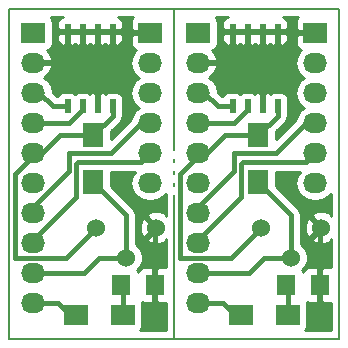
<source format=gbr>
%TF.GenerationSoftware,KiCad,Pcbnew,4.0.1+dfsg1-stable*%
%TF.CreationDate,2016-02-24T22:56:22+01:00*%
%TF.ProjectId,iotad,696F7461642E6B696361645F70636200,rev?*%
%TF.FileFunction,Copper,L1,Top,Signal*%
%FSLAX46Y46*%
G04 Gerber Fmt 4.6, Leading zero omitted, Abs format (unit mm)*
G04 Created by KiCad (PCBNEW 4.0.1+dfsg1-stable) date Wed 24 Feb 2016 10:56:22 PM CET*
%MOMM*%
G01*
G04 APERTURE LIST*
%ADD10C,0.100000*%
%ADD11C,0.150000*%
%ADD12C,0.600000*%
%ADD13C,1.524000*%
%ADD14R,0.508000X1.143000*%
%ADD15R,1.700000X2.000000*%
%ADD16R,2.000000X1.700000*%
%ADD17R,2.032000X1.727200*%
%ADD18O,2.032000X1.727200*%
%ADD19R,1.597660X1.800860*%
%ADD20C,0.400000*%
%ADD21C,0.254000*%
G04 APERTURE END LIST*
D10*
D11*
X151130000Y-116332000D02*
X151130000Y-116586000D01*
X151130000Y-115316000D02*
X151130000Y-115570000D01*
X151130000Y-114300000D02*
X151130000Y-114554000D01*
X151130000Y-113538000D02*
X151130000Y-101600000D01*
X151130000Y-129540000D02*
X151130000Y-117348000D01*
X165100000Y-101600000D02*
X165100000Y-129540000D01*
X137160000Y-129540000D02*
X165100000Y-129540000D01*
X137160000Y-101600000D02*
X137160000Y-129540000D01*
X137160000Y-101600000D02*
X165100000Y-101600000D01*
D12*
X154940000Y-105156000D03*
D13*
X161036000Y-122682000D03*
X158496000Y-120142000D03*
X163576000Y-120142000D03*
D14*
X159893000Y-109855000D03*
X158623000Y-109855000D03*
X157353000Y-109855000D03*
X156083000Y-109855000D03*
X156083000Y-103505000D03*
X157353000Y-103505000D03*
X158623000Y-103505000D03*
X159893000Y-103505000D03*
D15*
X158242000Y-112300000D03*
X158242000Y-116300000D03*
D16*
X160750000Y-127508000D03*
X156750000Y-127508000D03*
D17*
X163068000Y-103632000D03*
D18*
X163068000Y-106172000D03*
X163068000Y-108712000D03*
X163068000Y-111252000D03*
X163068000Y-113792000D03*
X163068000Y-116332000D03*
D17*
X153162000Y-103632000D03*
D18*
X153162000Y-106172000D03*
X153162000Y-108712000D03*
X153162000Y-111252000D03*
X153162000Y-113792000D03*
X153162000Y-116332000D03*
X153162000Y-118872000D03*
X153162000Y-121412000D03*
X153162000Y-123952000D03*
X153162000Y-126492000D03*
D19*
X160632140Y-124968000D03*
X163471860Y-124968000D03*
D12*
X156440000Y-105156000D03*
X157940000Y-105156000D03*
X159440000Y-105156000D03*
X160940000Y-105156000D03*
X154940000Y-106656000D03*
X156440000Y-106656000D03*
X157940000Y-106656000D03*
X159440000Y-106656000D03*
X160940000Y-106656000D03*
X154940000Y-108156000D03*
X156440000Y-108156000D03*
X157940000Y-108156000D03*
X159440000Y-108156000D03*
X160940000Y-108156000D03*
X161194000Y-109934000D03*
X160686000Y-116284000D03*
X161448000Y-117554000D03*
X163734000Y-118316000D03*
X162464000Y-118316000D03*
X163988000Y-122380000D03*
X162718000Y-122380000D03*
X163480000Y-127714000D03*
X149510000Y-127714000D03*
X148748000Y-122380000D03*
X150018000Y-122380000D03*
X148494000Y-118316000D03*
X149764000Y-118316000D03*
X147478000Y-117554000D03*
X146716000Y-116284000D03*
X147224000Y-109934000D03*
X146970000Y-108156000D03*
X145470000Y-108156000D03*
X143970000Y-108156000D03*
X142470000Y-108156000D03*
X140970000Y-108156000D03*
X146970000Y-106656000D03*
X145470000Y-106656000D03*
X143970000Y-106656000D03*
X142470000Y-106656000D03*
X140970000Y-106656000D03*
X146970000Y-105156000D03*
X145470000Y-105156000D03*
X143970000Y-105156000D03*
X142470000Y-105156000D03*
D19*
X146662140Y-124968000D03*
X149501860Y-124968000D03*
D17*
X139192000Y-103632000D03*
D18*
X139192000Y-106172000D03*
X139192000Y-108712000D03*
X139192000Y-111252000D03*
X139192000Y-113792000D03*
X139192000Y-116332000D03*
X139192000Y-118872000D03*
X139192000Y-121412000D03*
X139192000Y-123952000D03*
X139192000Y-126492000D03*
D17*
X149098000Y-103632000D03*
D18*
X149098000Y-106172000D03*
X149098000Y-108712000D03*
X149098000Y-111252000D03*
X149098000Y-113792000D03*
X149098000Y-116332000D03*
D16*
X146780000Y-127508000D03*
X142780000Y-127508000D03*
D15*
X144272000Y-112300000D03*
X144272000Y-116300000D03*
D14*
X145923000Y-109855000D03*
X144653000Y-109855000D03*
X143383000Y-109855000D03*
X142113000Y-109855000D03*
X142113000Y-103505000D03*
X143383000Y-103505000D03*
X144653000Y-103505000D03*
X145923000Y-103505000D03*
D13*
X147066000Y-122682000D03*
X144526000Y-120142000D03*
X149606000Y-120142000D03*
D12*
X140970000Y-105156000D03*
D20*
X161036000Y-119094000D02*
X158242000Y-116300000D01*
X161036000Y-122682000D02*
X161036000Y-119094000D01*
X157480000Y-123952000D02*
X158750000Y-122682000D01*
X158750000Y-122682000D02*
X161036000Y-122682000D01*
X153162000Y-123952000D02*
X157480000Y-123952000D01*
X139192000Y-123952000D02*
X143510000Y-123952000D01*
X144780000Y-122682000D02*
X147066000Y-122682000D01*
X143510000Y-123952000D02*
X144780000Y-122682000D01*
X147066000Y-122682000D02*
X147066000Y-119094000D01*
X147066000Y-119094000D02*
X144272000Y-116300000D01*
X162306000Y-114554000D02*
X163068000Y-113792000D01*
X156972000Y-114554000D02*
X162306000Y-114554000D01*
X156810002Y-114715998D02*
X156972000Y-114554000D01*
X156810002Y-117509998D02*
X156810002Y-114715998D01*
X153162000Y-121158000D02*
X156810002Y-117509998D01*
X153162000Y-121412000D02*
X153162000Y-121158000D01*
X139192000Y-121412000D02*
X139192000Y-121158000D01*
X139192000Y-121158000D02*
X142840002Y-117509998D01*
X142840002Y-117509998D02*
X142840002Y-114715998D01*
X142840002Y-114715998D02*
X143002000Y-114554000D01*
X143002000Y-114554000D02*
X148336000Y-114554000D01*
X148336000Y-114554000D02*
X149098000Y-113792000D01*
X162306000Y-111252000D02*
X163068000Y-111252000D01*
X159766000Y-113792000D02*
X162306000Y-111252000D01*
X156210000Y-113792000D02*
X159766000Y-113792000D01*
X156210000Y-115316000D02*
X156210000Y-113792000D01*
X153162000Y-118364000D02*
X156210000Y-115316000D01*
X153162000Y-118872000D02*
X153162000Y-118364000D01*
X139192000Y-118872000D02*
X139192000Y-118364000D01*
X139192000Y-118364000D02*
X142240000Y-115316000D01*
X142240000Y-115316000D02*
X142240000Y-113792000D01*
X142240000Y-113792000D02*
X145796000Y-113792000D01*
X145796000Y-113792000D02*
X148336000Y-111252000D01*
X148336000Y-111252000D02*
X149098000Y-111252000D01*
X153162000Y-113792000D02*
X153162000Y-114046000D01*
X155956000Y-122682000D02*
X158496000Y-120142000D01*
X153162000Y-114046000D02*
X151638000Y-115570000D01*
X151638000Y-115570000D02*
X151638000Y-122682000D01*
X151638000Y-122682000D02*
X155956000Y-122682000D01*
X155416000Y-112300000D02*
X158242000Y-112300000D01*
X153924000Y-113792000D02*
X155416000Y-112300000D01*
X153162000Y-113792000D02*
X153924000Y-113792000D01*
X159893000Y-110649000D02*
X158242000Y-112300000D01*
X159893000Y-109855000D02*
X159893000Y-110649000D01*
X145923000Y-109855000D02*
X145923000Y-110649000D01*
X145923000Y-110649000D02*
X144272000Y-112300000D01*
X139192000Y-113792000D02*
X139954000Y-113792000D01*
X139954000Y-113792000D02*
X141446000Y-112300000D01*
X141446000Y-112300000D02*
X144272000Y-112300000D01*
X137668000Y-122682000D02*
X141986000Y-122682000D01*
X137668000Y-115570000D02*
X137668000Y-122682000D01*
X139192000Y-114046000D02*
X137668000Y-115570000D01*
X141986000Y-122682000D02*
X144526000Y-120142000D01*
X139192000Y-113792000D02*
X139192000Y-114046000D01*
X157353000Y-110109000D02*
X157353000Y-109855000D01*
X156210000Y-111252000D02*
X157353000Y-110109000D01*
X153162000Y-111252000D02*
X156210000Y-111252000D01*
X139192000Y-111252000D02*
X142240000Y-111252000D01*
X142240000Y-111252000D02*
X143383000Y-110109000D01*
X143383000Y-110109000D02*
X143383000Y-109855000D01*
X154813000Y-109855000D02*
X156083000Y-109855000D01*
X153670000Y-108712000D02*
X154813000Y-109855000D01*
X153162000Y-108712000D02*
X153670000Y-108712000D01*
X139192000Y-108712000D02*
X139700000Y-108712000D01*
X139700000Y-108712000D02*
X140843000Y-109855000D01*
X140843000Y-109855000D02*
X142113000Y-109855000D01*
X160750000Y-125593860D02*
X160632140Y-125476000D01*
X160750000Y-128016000D02*
X160750000Y-125593860D01*
X146780000Y-128016000D02*
X146780000Y-125593860D01*
X146780000Y-125593860D02*
X146662140Y-125476000D01*
X163471860Y-120754140D02*
X163576000Y-120650000D01*
X163471860Y-125476000D02*
X163471860Y-120754140D01*
X149501860Y-125476000D02*
X149501860Y-120754140D01*
X149501860Y-120754140D02*
X149606000Y-120650000D01*
X155226000Y-126492000D02*
X156750000Y-128016000D01*
X153162000Y-126492000D02*
X155226000Y-126492000D01*
X139192000Y-126492000D02*
X141256000Y-126492000D01*
X141256000Y-126492000D02*
X142780000Y-128016000D01*
D21*
G36*
X147528729Y-115758511D02*
X147414655Y-116332000D01*
X147528729Y-116905489D01*
X147853585Y-117391670D01*
X148339766Y-117716526D01*
X148913255Y-117830600D01*
X149282745Y-117830600D01*
X149856234Y-117716526D01*
X150342415Y-117391670D01*
X150440518Y-117244848D01*
X150420000Y-117348000D01*
X150420000Y-119148392D01*
X150406607Y-119161785D01*
X150337143Y-118919603D01*
X149813698Y-118732856D01*
X149258632Y-118760638D01*
X148874857Y-118919603D01*
X148805392Y-119161787D01*
X149606000Y-119962395D01*
X149620143Y-119948253D01*
X149799748Y-120127858D01*
X149785605Y-120142000D01*
X149799748Y-120156143D01*
X149620143Y-120335748D01*
X149606000Y-120321605D01*
X148805392Y-121122213D01*
X148874857Y-121364397D01*
X149398302Y-121551144D01*
X149953368Y-121523362D01*
X150337143Y-121364397D01*
X150406607Y-121122215D01*
X150420000Y-121135608D01*
X150420000Y-123432570D01*
X149787610Y-123432570D01*
X149628860Y-123591320D01*
X149628860Y-124841000D01*
X149648860Y-124841000D01*
X149648860Y-125095000D01*
X149628860Y-125095000D01*
X149628860Y-126344680D01*
X149787610Y-126503430D01*
X150420000Y-126503430D01*
X150420000Y-128830000D01*
X148219149Y-128830000D01*
X148231441Y-128822090D01*
X148376431Y-128609890D01*
X148427440Y-128358000D01*
X148427440Y-126658000D01*
X148383279Y-126423304D01*
X148576721Y-126503430D01*
X149216110Y-126503430D01*
X149374860Y-126344680D01*
X149374860Y-125095000D01*
X149354860Y-125095000D01*
X149354860Y-124841000D01*
X149374860Y-124841000D01*
X149374860Y-123591320D01*
X149216110Y-123432570D01*
X148576721Y-123432570D01*
X148343332Y-123529243D01*
X148164703Y-123707871D01*
X148079454Y-123913681D01*
X148064132Y-123832253D01*
X147996464Y-123727094D01*
X148249629Y-123474370D01*
X148462757Y-122961100D01*
X148463242Y-122405339D01*
X148251010Y-121891697D01*
X147901000Y-121541075D01*
X147901000Y-119934302D01*
X148196856Y-119934302D01*
X148224638Y-120489368D01*
X148383603Y-120873143D01*
X148625787Y-120942608D01*
X149426395Y-120142000D01*
X148625787Y-119341392D01*
X148383603Y-119410857D01*
X148196856Y-119934302D01*
X147901000Y-119934302D01*
X147901000Y-119094000D01*
X147873747Y-118956990D01*
X147837440Y-118774460D01*
X147656434Y-118503566D01*
X145769440Y-116616572D01*
X145769440Y-115389000D01*
X147775629Y-115389000D01*
X147528729Y-115758511D01*
X147528729Y-115758511D01*
G37*
X147528729Y-115758511D02*
X147414655Y-116332000D01*
X147528729Y-116905489D01*
X147853585Y-117391670D01*
X148339766Y-117716526D01*
X148913255Y-117830600D01*
X149282745Y-117830600D01*
X149856234Y-117716526D01*
X150342415Y-117391670D01*
X150440518Y-117244848D01*
X150420000Y-117348000D01*
X150420000Y-119148392D01*
X150406607Y-119161785D01*
X150337143Y-118919603D01*
X149813698Y-118732856D01*
X149258632Y-118760638D01*
X148874857Y-118919603D01*
X148805392Y-119161787D01*
X149606000Y-119962395D01*
X149620143Y-119948253D01*
X149799748Y-120127858D01*
X149785605Y-120142000D01*
X149799748Y-120156143D01*
X149620143Y-120335748D01*
X149606000Y-120321605D01*
X148805392Y-121122213D01*
X148874857Y-121364397D01*
X149398302Y-121551144D01*
X149953368Y-121523362D01*
X150337143Y-121364397D01*
X150406607Y-121122215D01*
X150420000Y-121135608D01*
X150420000Y-123432570D01*
X149787610Y-123432570D01*
X149628860Y-123591320D01*
X149628860Y-124841000D01*
X149648860Y-124841000D01*
X149648860Y-125095000D01*
X149628860Y-125095000D01*
X149628860Y-126344680D01*
X149787610Y-126503430D01*
X150420000Y-126503430D01*
X150420000Y-128830000D01*
X148219149Y-128830000D01*
X148231441Y-128822090D01*
X148376431Y-128609890D01*
X148427440Y-128358000D01*
X148427440Y-126658000D01*
X148383279Y-126423304D01*
X148576721Y-126503430D01*
X149216110Y-126503430D01*
X149374860Y-126344680D01*
X149374860Y-125095000D01*
X149354860Y-125095000D01*
X149354860Y-124841000D01*
X149374860Y-124841000D01*
X149374860Y-123591320D01*
X149216110Y-123432570D01*
X148576721Y-123432570D01*
X148343332Y-123529243D01*
X148164703Y-123707871D01*
X148079454Y-123913681D01*
X148064132Y-123832253D01*
X147996464Y-123727094D01*
X148249629Y-123474370D01*
X148462757Y-122961100D01*
X148463242Y-122405339D01*
X148251010Y-121891697D01*
X147901000Y-121541075D01*
X147901000Y-119934302D01*
X148196856Y-119934302D01*
X148224638Y-120489368D01*
X148383603Y-120873143D01*
X148625787Y-120942608D01*
X149426395Y-120142000D01*
X148625787Y-119341392D01*
X148383603Y-119410857D01*
X148196856Y-119934302D01*
X147901000Y-119934302D01*
X147901000Y-119094000D01*
X147873747Y-118956990D01*
X147837440Y-118774460D01*
X147656434Y-118503566D01*
X145769440Y-116616572D01*
X145769440Y-115389000D01*
X147775629Y-115389000D01*
X147528729Y-115758511D01*
G36*
X141499302Y-102395173D02*
X141320673Y-102573801D01*
X141224000Y-102807190D01*
X141224000Y-103219250D01*
X141382750Y-103378000D01*
X141986000Y-103378000D01*
X141986000Y-103358000D01*
X142240000Y-103358000D01*
X142240000Y-103378000D01*
X143256000Y-103378000D01*
X143256000Y-103358000D01*
X143510000Y-103358000D01*
X143510000Y-103378000D01*
X144526000Y-103378000D01*
X144526000Y-103358000D01*
X144780000Y-103358000D01*
X144780000Y-103378000D01*
X145796000Y-103378000D01*
X145796000Y-103358000D01*
X146050000Y-103358000D01*
X146050000Y-103378000D01*
X146653250Y-103378000D01*
X146812000Y-103219250D01*
X146812000Y-102807190D01*
X146715327Y-102573801D01*
X146536698Y-102395173D01*
X146331072Y-102310000D01*
X147642375Y-102310000D01*
X147543673Y-102408701D01*
X147447000Y-102642090D01*
X147447000Y-103346250D01*
X147605750Y-103505000D01*
X148971000Y-103505000D01*
X148971000Y-103485000D01*
X149225000Y-103485000D01*
X149225000Y-103505000D01*
X149245000Y-103505000D01*
X149245000Y-103759000D01*
X149225000Y-103759000D01*
X149225000Y-103779000D01*
X148971000Y-103779000D01*
X148971000Y-103759000D01*
X147605750Y-103759000D01*
X147447000Y-103917750D01*
X147447000Y-104621910D01*
X147543673Y-104855299D01*
X147722302Y-105033927D01*
X147875780Y-105097500D01*
X147853585Y-105112330D01*
X147528729Y-105598511D01*
X147414655Y-106172000D01*
X147528729Y-106745489D01*
X147853585Y-107231670D01*
X148168366Y-107442000D01*
X147853585Y-107652330D01*
X147528729Y-108138511D01*
X147414655Y-108712000D01*
X147528729Y-109285489D01*
X147853585Y-109771670D01*
X148168366Y-109982000D01*
X147853585Y-110192330D01*
X147528729Y-110678511D01*
X147479095Y-110928037D01*
X145769440Y-112637692D01*
X145769440Y-111983428D01*
X146513434Y-111239434D01*
X146694440Y-110968540D01*
X146743416Y-110722318D01*
X146773431Y-110678390D01*
X146824440Y-110426500D01*
X146824440Y-109283500D01*
X146780162Y-109048183D01*
X146641090Y-108832059D01*
X146428890Y-108687069D01*
X146177000Y-108636060D01*
X145669000Y-108636060D01*
X145433683Y-108680338D01*
X145292629Y-108771104D01*
X145266698Y-108745173D01*
X145033309Y-108648500D01*
X144938750Y-108648500D01*
X144780000Y-108807250D01*
X144780000Y-109728000D01*
X144800000Y-109728000D01*
X144800000Y-109982000D01*
X144780000Y-109982000D01*
X144780000Y-110002000D01*
X144526000Y-110002000D01*
X144526000Y-109982000D01*
X144506000Y-109982000D01*
X144506000Y-109728000D01*
X144526000Y-109728000D01*
X144526000Y-108807250D01*
X144367250Y-108648500D01*
X144272691Y-108648500D01*
X144039302Y-108745173D01*
X144012765Y-108771709D01*
X143888890Y-108687069D01*
X143637000Y-108636060D01*
X143129000Y-108636060D01*
X142893683Y-108680338D01*
X142747093Y-108774666D01*
X142618890Y-108687069D01*
X142367000Y-108636060D01*
X141859000Y-108636060D01*
X141623683Y-108680338D01*
X141407559Y-108819410D01*
X141270502Y-109020000D01*
X141188868Y-109020000D01*
X140873974Y-108705106D01*
X140761271Y-108138511D01*
X140436415Y-107652330D01*
X140126931Y-107445539D01*
X140542732Y-107074036D01*
X140796709Y-106546791D01*
X140799358Y-106531026D01*
X140678217Y-106299000D01*
X139319000Y-106299000D01*
X139319000Y-106319000D01*
X139065000Y-106319000D01*
X139065000Y-106299000D01*
X139045000Y-106299000D01*
X139045000Y-106045000D01*
X139065000Y-106045000D01*
X139065000Y-106025000D01*
X139319000Y-106025000D01*
X139319000Y-106045000D01*
X140678217Y-106045000D01*
X140799358Y-105812974D01*
X140796709Y-105797209D01*
X140542732Y-105269964D01*
X140367155Y-105113093D01*
X140443317Y-105098762D01*
X140659441Y-104959690D01*
X140804431Y-104747490D01*
X140855440Y-104495600D01*
X140855440Y-103790750D01*
X141224000Y-103790750D01*
X141224000Y-104202810D01*
X141320673Y-104436199D01*
X141499302Y-104614827D01*
X141732691Y-104711500D01*
X141827250Y-104711500D01*
X141986000Y-104552750D01*
X141986000Y-103632000D01*
X142240000Y-103632000D01*
X142240000Y-104552750D01*
X142398750Y-104711500D01*
X142493309Y-104711500D01*
X142726698Y-104614827D01*
X142748000Y-104593525D01*
X142769302Y-104614827D01*
X143002691Y-104711500D01*
X143097250Y-104711500D01*
X143256000Y-104552750D01*
X143256000Y-103632000D01*
X143510000Y-103632000D01*
X143510000Y-104552750D01*
X143668750Y-104711500D01*
X143763309Y-104711500D01*
X143996698Y-104614827D01*
X144018000Y-104593525D01*
X144039302Y-104614827D01*
X144272691Y-104711500D01*
X144367250Y-104711500D01*
X144526000Y-104552750D01*
X144526000Y-103632000D01*
X144780000Y-103632000D01*
X144780000Y-104552750D01*
X144938750Y-104711500D01*
X145033309Y-104711500D01*
X145266698Y-104614827D01*
X145288000Y-104593525D01*
X145309302Y-104614827D01*
X145542691Y-104711500D01*
X145637250Y-104711500D01*
X145796000Y-104552750D01*
X145796000Y-103632000D01*
X146050000Y-103632000D01*
X146050000Y-104552750D01*
X146208750Y-104711500D01*
X146303309Y-104711500D01*
X146536698Y-104614827D01*
X146715327Y-104436199D01*
X146812000Y-104202810D01*
X146812000Y-103790750D01*
X146653250Y-103632000D01*
X146050000Y-103632000D01*
X145796000Y-103632000D01*
X144780000Y-103632000D01*
X144526000Y-103632000D01*
X143510000Y-103632000D01*
X143256000Y-103632000D01*
X142240000Y-103632000D01*
X141986000Y-103632000D01*
X141382750Y-103632000D01*
X141224000Y-103790750D01*
X140855440Y-103790750D01*
X140855440Y-102768400D01*
X140811162Y-102533083D01*
X140672090Y-102316959D01*
X140661905Y-102310000D01*
X141704928Y-102310000D01*
X141499302Y-102395173D01*
X141499302Y-102395173D01*
G37*
X141499302Y-102395173D02*
X141320673Y-102573801D01*
X141224000Y-102807190D01*
X141224000Y-103219250D01*
X141382750Y-103378000D01*
X141986000Y-103378000D01*
X141986000Y-103358000D01*
X142240000Y-103358000D01*
X142240000Y-103378000D01*
X143256000Y-103378000D01*
X143256000Y-103358000D01*
X143510000Y-103358000D01*
X143510000Y-103378000D01*
X144526000Y-103378000D01*
X144526000Y-103358000D01*
X144780000Y-103358000D01*
X144780000Y-103378000D01*
X145796000Y-103378000D01*
X145796000Y-103358000D01*
X146050000Y-103358000D01*
X146050000Y-103378000D01*
X146653250Y-103378000D01*
X146812000Y-103219250D01*
X146812000Y-102807190D01*
X146715327Y-102573801D01*
X146536698Y-102395173D01*
X146331072Y-102310000D01*
X147642375Y-102310000D01*
X147543673Y-102408701D01*
X147447000Y-102642090D01*
X147447000Y-103346250D01*
X147605750Y-103505000D01*
X148971000Y-103505000D01*
X148971000Y-103485000D01*
X149225000Y-103485000D01*
X149225000Y-103505000D01*
X149245000Y-103505000D01*
X149245000Y-103759000D01*
X149225000Y-103759000D01*
X149225000Y-103779000D01*
X148971000Y-103779000D01*
X148971000Y-103759000D01*
X147605750Y-103759000D01*
X147447000Y-103917750D01*
X147447000Y-104621910D01*
X147543673Y-104855299D01*
X147722302Y-105033927D01*
X147875780Y-105097500D01*
X147853585Y-105112330D01*
X147528729Y-105598511D01*
X147414655Y-106172000D01*
X147528729Y-106745489D01*
X147853585Y-107231670D01*
X148168366Y-107442000D01*
X147853585Y-107652330D01*
X147528729Y-108138511D01*
X147414655Y-108712000D01*
X147528729Y-109285489D01*
X147853585Y-109771670D01*
X148168366Y-109982000D01*
X147853585Y-110192330D01*
X147528729Y-110678511D01*
X147479095Y-110928037D01*
X145769440Y-112637692D01*
X145769440Y-111983428D01*
X146513434Y-111239434D01*
X146694440Y-110968540D01*
X146743416Y-110722318D01*
X146773431Y-110678390D01*
X146824440Y-110426500D01*
X146824440Y-109283500D01*
X146780162Y-109048183D01*
X146641090Y-108832059D01*
X146428890Y-108687069D01*
X146177000Y-108636060D01*
X145669000Y-108636060D01*
X145433683Y-108680338D01*
X145292629Y-108771104D01*
X145266698Y-108745173D01*
X145033309Y-108648500D01*
X144938750Y-108648500D01*
X144780000Y-108807250D01*
X144780000Y-109728000D01*
X144800000Y-109728000D01*
X144800000Y-109982000D01*
X144780000Y-109982000D01*
X144780000Y-110002000D01*
X144526000Y-110002000D01*
X144526000Y-109982000D01*
X144506000Y-109982000D01*
X144506000Y-109728000D01*
X144526000Y-109728000D01*
X144526000Y-108807250D01*
X144367250Y-108648500D01*
X144272691Y-108648500D01*
X144039302Y-108745173D01*
X144012765Y-108771709D01*
X143888890Y-108687069D01*
X143637000Y-108636060D01*
X143129000Y-108636060D01*
X142893683Y-108680338D01*
X142747093Y-108774666D01*
X142618890Y-108687069D01*
X142367000Y-108636060D01*
X141859000Y-108636060D01*
X141623683Y-108680338D01*
X141407559Y-108819410D01*
X141270502Y-109020000D01*
X141188868Y-109020000D01*
X140873974Y-108705106D01*
X140761271Y-108138511D01*
X140436415Y-107652330D01*
X140126931Y-107445539D01*
X140542732Y-107074036D01*
X140796709Y-106546791D01*
X140799358Y-106531026D01*
X140678217Y-106299000D01*
X139319000Y-106299000D01*
X139319000Y-106319000D01*
X139065000Y-106319000D01*
X139065000Y-106299000D01*
X139045000Y-106299000D01*
X139045000Y-106045000D01*
X139065000Y-106045000D01*
X139065000Y-106025000D01*
X139319000Y-106025000D01*
X139319000Y-106045000D01*
X140678217Y-106045000D01*
X140799358Y-105812974D01*
X140796709Y-105797209D01*
X140542732Y-105269964D01*
X140367155Y-105113093D01*
X140443317Y-105098762D01*
X140659441Y-104959690D01*
X140804431Y-104747490D01*
X140855440Y-104495600D01*
X140855440Y-103790750D01*
X141224000Y-103790750D01*
X141224000Y-104202810D01*
X141320673Y-104436199D01*
X141499302Y-104614827D01*
X141732691Y-104711500D01*
X141827250Y-104711500D01*
X141986000Y-104552750D01*
X141986000Y-103632000D01*
X142240000Y-103632000D01*
X142240000Y-104552750D01*
X142398750Y-104711500D01*
X142493309Y-104711500D01*
X142726698Y-104614827D01*
X142748000Y-104593525D01*
X142769302Y-104614827D01*
X143002691Y-104711500D01*
X143097250Y-104711500D01*
X143256000Y-104552750D01*
X143256000Y-103632000D01*
X143510000Y-103632000D01*
X143510000Y-104552750D01*
X143668750Y-104711500D01*
X143763309Y-104711500D01*
X143996698Y-104614827D01*
X144018000Y-104593525D01*
X144039302Y-104614827D01*
X144272691Y-104711500D01*
X144367250Y-104711500D01*
X144526000Y-104552750D01*
X144526000Y-103632000D01*
X144780000Y-103632000D01*
X144780000Y-104552750D01*
X144938750Y-104711500D01*
X145033309Y-104711500D01*
X145266698Y-104614827D01*
X145288000Y-104593525D01*
X145309302Y-104614827D01*
X145542691Y-104711500D01*
X145637250Y-104711500D01*
X145796000Y-104552750D01*
X145796000Y-103632000D01*
X146050000Y-103632000D01*
X146050000Y-104552750D01*
X146208750Y-104711500D01*
X146303309Y-104711500D01*
X146536698Y-104614827D01*
X146715327Y-104436199D01*
X146812000Y-104202810D01*
X146812000Y-103790750D01*
X146653250Y-103632000D01*
X146050000Y-103632000D01*
X145796000Y-103632000D01*
X144780000Y-103632000D01*
X144526000Y-103632000D01*
X143510000Y-103632000D01*
X143256000Y-103632000D01*
X142240000Y-103632000D01*
X141986000Y-103632000D01*
X141382750Y-103632000D01*
X141224000Y-103790750D01*
X140855440Y-103790750D01*
X140855440Y-102768400D01*
X140811162Y-102533083D01*
X140672090Y-102316959D01*
X140661905Y-102310000D01*
X141704928Y-102310000D01*
X141499302Y-102395173D01*
G36*
X161498729Y-115758511D02*
X161384655Y-116332000D01*
X161498729Y-116905489D01*
X161823585Y-117391670D01*
X162309766Y-117716526D01*
X162883255Y-117830600D01*
X163252745Y-117830600D01*
X163826234Y-117716526D01*
X164312415Y-117391670D01*
X164410518Y-117244848D01*
X164390000Y-117348000D01*
X164390000Y-119148392D01*
X164376607Y-119161785D01*
X164307143Y-118919603D01*
X163783698Y-118732856D01*
X163228632Y-118760638D01*
X162844857Y-118919603D01*
X162775392Y-119161787D01*
X163576000Y-119962395D01*
X163590143Y-119948253D01*
X163769748Y-120127858D01*
X163755605Y-120142000D01*
X163769748Y-120156143D01*
X163590143Y-120335748D01*
X163576000Y-120321605D01*
X162775392Y-121122213D01*
X162844857Y-121364397D01*
X163368302Y-121551144D01*
X163923368Y-121523362D01*
X164307143Y-121364397D01*
X164376607Y-121122215D01*
X164390000Y-121135608D01*
X164390000Y-123432570D01*
X163757610Y-123432570D01*
X163598860Y-123591320D01*
X163598860Y-124841000D01*
X163618860Y-124841000D01*
X163618860Y-125095000D01*
X163598860Y-125095000D01*
X163598860Y-126344680D01*
X163757610Y-126503430D01*
X164390000Y-126503430D01*
X164390000Y-128830000D01*
X162189149Y-128830000D01*
X162201441Y-128822090D01*
X162346431Y-128609890D01*
X162397440Y-128358000D01*
X162397440Y-126658000D01*
X162353279Y-126423304D01*
X162546721Y-126503430D01*
X163186110Y-126503430D01*
X163344860Y-126344680D01*
X163344860Y-125095000D01*
X163324860Y-125095000D01*
X163324860Y-124841000D01*
X163344860Y-124841000D01*
X163344860Y-123591320D01*
X163186110Y-123432570D01*
X162546721Y-123432570D01*
X162313332Y-123529243D01*
X162134703Y-123707871D01*
X162049454Y-123913681D01*
X162034132Y-123832253D01*
X161966464Y-123727094D01*
X162219629Y-123474370D01*
X162432757Y-122961100D01*
X162433242Y-122405339D01*
X162221010Y-121891697D01*
X161871000Y-121541075D01*
X161871000Y-119934302D01*
X162166856Y-119934302D01*
X162194638Y-120489368D01*
X162353603Y-120873143D01*
X162595787Y-120942608D01*
X163396395Y-120142000D01*
X162595787Y-119341392D01*
X162353603Y-119410857D01*
X162166856Y-119934302D01*
X161871000Y-119934302D01*
X161871000Y-119094000D01*
X161843747Y-118956990D01*
X161807440Y-118774460D01*
X161626434Y-118503566D01*
X159739440Y-116616572D01*
X159739440Y-115389000D01*
X161745629Y-115389000D01*
X161498729Y-115758511D01*
X161498729Y-115758511D01*
G37*
X161498729Y-115758511D02*
X161384655Y-116332000D01*
X161498729Y-116905489D01*
X161823585Y-117391670D01*
X162309766Y-117716526D01*
X162883255Y-117830600D01*
X163252745Y-117830600D01*
X163826234Y-117716526D01*
X164312415Y-117391670D01*
X164410518Y-117244848D01*
X164390000Y-117348000D01*
X164390000Y-119148392D01*
X164376607Y-119161785D01*
X164307143Y-118919603D01*
X163783698Y-118732856D01*
X163228632Y-118760638D01*
X162844857Y-118919603D01*
X162775392Y-119161787D01*
X163576000Y-119962395D01*
X163590143Y-119948253D01*
X163769748Y-120127858D01*
X163755605Y-120142000D01*
X163769748Y-120156143D01*
X163590143Y-120335748D01*
X163576000Y-120321605D01*
X162775392Y-121122213D01*
X162844857Y-121364397D01*
X163368302Y-121551144D01*
X163923368Y-121523362D01*
X164307143Y-121364397D01*
X164376607Y-121122215D01*
X164390000Y-121135608D01*
X164390000Y-123432570D01*
X163757610Y-123432570D01*
X163598860Y-123591320D01*
X163598860Y-124841000D01*
X163618860Y-124841000D01*
X163618860Y-125095000D01*
X163598860Y-125095000D01*
X163598860Y-126344680D01*
X163757610Y-126503430D01*
X164390000Y-126503430D01*
X164390000Y-128830000D01*
X162189149Y-128830000D01*
X162201441Y-128822090D01*
X162346431Y-128609890D01*
X162397440Y-128358000D01*
X162397440Y-126658000D01*
X162353279Y-126423304D01*
X162546721Y-126503430D01*
X163186110Y-126503430D01*
X163344860Y-126344680D01*
X163344860Y-125095000D01*
X163324860Y-125095000D01*
X163324860Y-124841000D01*
X163344860Y-124841000D01*
X163344860Y-123591320D01*
X163186110Y-123432570D01*
X162546721Y-123432570D01*
X162313332Y-123529243D01*
X162134703Y-123707871D01*
X162049454Y-123913681D01*
X162034132Y-123832253D01*
X161966464Y-123727094D01*
X162219629Y-123474370D01*
X162432757Y-122961100D01*
X162433242Y-122405339D01*
X162221010Y-121891697D01*
X161871000Y-121541075D01*
X161871000Y-119934302D01*
X162166856Y-119934302D01*
X162194638Y-120489368D01*
X162353603Y-120873143D01*
X162595787Y-120942608D01*
X163396395Y-120142000D01*
X162595787Y-119341392D01*
X162353603Y-119410857D01*
X162166856Y-119934302D01*
X161871000Y-119934302D01*
X161871000Y-119094000D01*
X161843747Y-118956990D01*
X161807440Y-118774460D01*
X161626434Y-118503566D01*
X159739440Y-116616572D01*
X159739440Y-115389000D01*
X161745629Y-115389000D01*
X161498729Y-115758511D01*
G36*
X155469302Y-102395173D02*
X155290673Y-102573801D01*
X155194000Y-102807190D01*
X155194000Y-103219250D01*
X155352750Y-103378000D01*
X155956000Y-103378000D01*
X155956000Y-103358000D01*
X156210000Y-103358000D01*
X156210000Y-103378000D01*
X157226000Y-103378000D01*
X157226000Y-103358000D01*
X157480000Y-103358000D01*
X157480000Y-103378000D01*
X158496000Y-103378000D01*
X158496000Y-103358000D01*
X158750000Y-103358000D01*
X158750000Y-103378000D01*
X159766000Y-103378000D01*
X159766000Y-103358000D01*
X160020000Y-103358000D01*
X160020000Y-103378000D01*
X160623250Y-103378000D01*
X160782000Y-103219250D01*
X160782000Y-102807190D01*
X160685327Y-102573801D01*
X160506698Y-102395173D01*
X160301072Y-102310000D01*
X161612375Y-102310000D01*
X161513673Y-102408701D01*
X161417000Y-102642090D01*
X161417000Y-103346250D01*
X161575750Y-103505000D01*
X162941000Y-103505000D01*
X162941000Y-103485000D01*
X163195000Y-103485000D01*
X163195000Y-103505000D01*
X163215000Y-103505000D01*
X163215000Y-103759000D01*
X163195000Y-103759000D01*
X163195000Y-103779000D01*
X162941000Y-103779000D01*
X162941000Y-103759000D01*
X161575750Y-103759000D01*
X161417000Y-103917750D01*
X161417000Y-104621910D01*
X161513673Y-104855299D01*
X161692302Y-105033927D01*
X161845780Y-105097500D01*
X161823585Y-105112330D01*
X161498729Y-105598511D01*
X161384655Y-106172000D01*
X161498729Y-106745489D01*
X161823585Y-107231670D01*
X162138366Y-107442000D01*
X161823585Y-107652330D01*
X161498729Y-108138511D01*
X161384655Y-108712000D01*
X161498729Y-109285489D01*
X161823585Y-109771670D01*
X162138366Y-109982000D01*
X161823585Y-110192330D01*
X161498729Y-110678511D01*
X161449095Y-110928037D01*
X159739440Y-112637692D01*
X159739440Y-111983428D01*
X160483434Y-111239434D01*
X160664440Y-110968540D01*
X160713416Y-110722318D01*
X160743431Y-110678390D01*
X160794440Y-110426500D01*
X160794440Y-109283500D01*
X160750162Y-109048183D01*
X160611090Y-108832059D01*
X160398890Y-108687069D01*
X160147000Y-108636060D01*
X159639000Y-108636060D01*
X159403683Y-108680338D01*
X159262629Y-108771104D01*
X159236698Y-108745173D01*
X159003309Y-108648500D01*
X158908750Y-108648500D01*
X158750000Y-108807250D01*
X158750000Y-109728000D01*
X158770000Y-109728000D01*
X158770000Y-109982000D01*
X158750000Y-109982000D01*
X158750000Y-110002000D01*
X158496000Y-110002000D01*
X158496000Y-109982000D01*
X158476000Y-109982000D01*
X158476000Y-109728000D01*
X158496000Y-109728000D01*
X158496000Y-108807250D01*
X158337250Y-108648500D01*
X158242691Y-108648500D01*
X158009302Y-108745173D01*
X157982765Y-108771709D01*
X157858890Y-108687069D01*
X157607000Y-108636060D01*
X157099000Y-108636060D01*
X156863683Y-108680338D01*
X156717093Y-108774666D01*
X156588890Y-108687069D01*
X156337000Y-108636060D01*
X155829000Y-108636060D01*
X155593683Y-108680338D01*
X155377559Y-108819410D01*
X155240502Y-109020000D01*
X155158868Y-109020000D01*
X154843974Y-108705106D01*
X154731271Y-108138511D01*
X154406415Y-107652330D01*
X154096931Y-107445539D01*
X154512732Y-107074036D01*
X154766709Y-106546791D01*
X154769358Y-106531026D01*
X154648217Y-106299000D01*
X153289000Y-106299000D01*
X153289000Y-106319000D01*
X153035000Y-106319000D01*
X153035000Y-106299000D01*
X153015000Y-106299000D01*
X153015000Y-106045000D01*
X153035000Y-106045000D01*
X153035000Y-106025000D01*
X153289000Y-106025000D01*
X153289000Y-106045000D01*
X154648217Y-106045000D01*
X154769358Y-105812974D01*
X154766709Y-105797209D01*
X154512732Y-105269964D01*
X154337155Y-105113093D01*
X154413317Y-105098762D01*
X154629441Y-104959690D01*
X154774431Y-104747490D01*
X154825440Y-104495600D01*
X154825440Y-103790750D01*
X155194000Y-103790750D01*
X155194000Y-104202810D01*
X155290673Y-104436199D01*
X155469302Y-104614827D01*
X155702691Y-104711500D01*
X155797250Y-104711500D01*
X155956000Y-104552750D01*
X155956000Y-103632000D01*
X156210000Y-103632000D01*
X156210000Y-104552750D01*
X156368750Y-104711500D01*
X156463309Y-104711500D01*
X156696698Y-104614827D01*
X156718000Y-104593525D01*
X156739302Y-104614827D01*
X156972691Y-104711500D01*
X157067250Y-104711500D01*
X157226000Y-104552750D01*
X157226000Y-103632000D01*
X157480000Y-103632000D01*
X157480000Y-104552750D01*
X157638750Y-104711500D01*
X157733309Y-104711500D01*
X157966698Y-104614827D01*
X157988000Y-104593525D01*
X158009302Y-104614827D01*
X158242691Y-104711500D01*
X158337250Y-104711500D01*
X158496000Y-104552750D01*
X158496000Y-103632000D01*
X158750000Y-103632000D01*
X158750000Y-104552750D01*
X158908750Y-104711500D01*
X159003309Y-104711500D01*
X159236698Y-104614827D01*
X159258000Y-104593525D01*
X159279302Y-104614827D01*
X159512691Y-104711500D01*
X159607250Y-104711500D01*
X159766000Y-104552750D01*
X159766000Y-103632000D01*
X160020000Y-103632000D01*
X160020000Y-104552750D01*
X160178750Y-104711500D01*
X160273309Y-104711500D01*
X160506698Y-104614827D01*
X160685327Y-104436199D01*
X160782000Y-104202810D01*
X160782000Y-103790750D01*
X160623250Y-103632000D01*
X160020000Y-103632000D01*
X159766000Y-103632000D01*
X158750000Y-103632000D01*
X158496000Y-103632000D01*
X157480000Y-103632000D01*
X157226000Y-103632000D01*
X156210000Y-103632000D01*
X155956000Y-103632000D01*
X155352750Y-103632000D01*
X155194000Y-103790750D01*
X154825440Y-103790750D01*
X154825440Y-102768400D01*
X154781162Y-102533083D01*
X154642090Y-102316959D01*
X154631905Y-102310000D01*
X155674928Y-102310000D01*
X155469302Y-102395173D01*
X155469302Y-102395173D01*
G37*
X155469302Y-102395173D02*
X155290673Y-102573801D01*
X155194000Y-102807190D01*
X155194000Y-103219250D01*
X155352750Y-103378000D01*
X155956000Y-103378000D01*
X155956000Y-103358000D01*
X156210000Y-103358000D01*
X156210000Y-103378000D01*
X157226000Y-103378000D01*
X157226000Y-103358000D01*
X157480000Y-103358000D01*
X157480000Y-103378000D01*
X158496000Y-103378000D01*
X158496000Y-103358000D01*
X158750000Y-103358000D01*
X158750000Y-103378000D01*
X159766000Y-103378000D01*
X159766000Y-103358000D01*
X160020000Y-103358000D01*
X160020000Y-103378000D01*
X160623250Y-103378000D01*
X160782000Y-103219250D01*
X160782000Y-102807190D01*
X160685327Y-102573801D01*
X160506698Y-102395173D01*
X160301072Y-102310000D01*
X161612375Y-102310000D01*
X161513673Y-102408701D01*
X161417000Y-102642090D01*
X161417000Y-103346250D01*
X161575750Y-103505000D01*
X162941000Y-103505000D01*
X162941000Y-103485000D01*
X163195000Y-103485000D01*
X163195000Y-103505000D01*
X163215000Y-103505000D01*
X163215000Y-103759000D01*
X163195000Y-103759000D01*
X163195000Y-103779000D01*
X162941000Y-103779000D01*
X162941000Y-103759000D01*
X161575750Y-103759000D01*
X161417000Y-103917750D01*
X161417000Y-104621910D01*
X161513673Y-104855299D01*
X161692302Y-105033927D01*
X161845780Y-105097500D01*
X161823585Y-105112330D01*
X161498729Y-105598511D01*
X161384655Y-106172000D01*
X161498729Y-106745489D01*
X161823585Y-107231670D01*
X162138366Y-107442000D01*
X161823585Y-107652330D01*
X161498729Y-108138511D01*
X161384655Y-108712000D01*
X161498729Y-109285489D01*
X161823585Y-109771670D01*
X162138366Y-109982000D01*
X161823585Y-110192330D01*
X161498729Y-110678511D01*
X161449095Y-110928037D01*
X159739440Y-112637692D01*
X159739440Y-111983428D01*
X160483434Y-111239434D01*
X160664440Y-110968540D01*
X160713416Y-110722318D01*
X160743431Y-110678390D01*
X160794440Y-110426500D01*
X160794440Y-109283500D01*
X160750162Y-109048183D01*
X160611090Y-108832059D01*
X160398890Y-108687069D01*
X160147000Y-108636060D01*
X159639000Y-108636060D01*
X159403683Y-108680338D01*
X159262629Y-108771104D01*
X159236698Y-108745173D01*
X159003309Y-108648500D01*
X158908750Y-108648500D01*
X158750000Y-108807250D01*
X158750000Y-109728000D01*
X158770000Y-109728000D01*
X158770000Y-109982000D01*
X158750000Y-109982000D01*
X158750000Y-110002000D01*
X158496000Y-110002000D01*
X158496000Y-109982000D01*
X158476000Y-109982000D01*
X158476000Y-109728000D01*
X158496000Y-109728000D01*
X158496000Y-108807250D01*
X158337250Y-108648500D01*
X158242691Y-108648500D01*
X158009302Y-108745173D01*
X157982765Y-108771709D01*
X157858890Y-108687069D01*
X157607000Y-108636060D01*
X157099000Y-108636060D01*
X156863683Y-108680338D01*
X156717093Y-108774666D01*
X156588890Y-108687069D01*
X156337000Y-108636060D01*
X155829000Y-108636060D01*
X155593683Y-108680338D01*
X155377559Y-108819410D01*
X155240502Y-109020000D01*
X155158868Y-109020000D01*
X154843974Y-108705106D01*
X154731271Y-108138511D01*
X154406415Y-107652330D01*
X154096931Y-107445539D01*
X154512732Y-107074036D01*
X154766709Y-106546791D01*
X154769358Y-106531026D01*
X154648217Y-106299000D01*
X153289000Y-106299000D01*
X153289000Y-106319000D01*
X153035000Y-106319000D01*
X153035000Y-106299000D01*
X153015000Y-106299000D01*
X153015000Y-106045000D01*
X153035000Y-106045000D01*
X153035000Y-106025000D01*
X153289000Y-106025000D01*
X153289000Y-106045000D01*
X154648217Y-106045000D01*
X154769358Y-105812974D01*
X154766709Y-105797209D01*
X154512732Y-105269964D01*
X154337155Y-105113093D01*
X154413317Y-105098762D01*
X154629441Y-104959690D01*
X154774431Y-104747490D01*
X154825440Y-104495600D01*
X154825440Y-103790750D01*
X155194000Y-103790750D01*
X155194000Y-104202810D01*
X155290673Y-104436199D01*
X155469302Y-104614827D01*
X155702691Y-104711500D01*
X155797250Y-104711500D01*
X155956000Y-104552750D01*
X155956000Y-103632000D01*
X156210000Y-103632000D01*
X156210000Y-104552750D01*
X156368750Y-104711500D01*
X156463309Y-104711500D01*
X156696698Y-104614827D01*
X156718000Y-104593525D01*
X156739302Y-104614827D01*
X156972691Y-104711500D01*
X157067250Y-104711500D01*
X157226000Y-104552750D01*
X157226000Y-103632000D01*
X157480000Y-103632000D01*
X157480000Y-104552750D01*
X157638750Y-104711500D01*
X157733309Y-104711500D01*
X157966698Y-104614827D01*
X157988000Y-104593525D01*
X158009302Y-104614827D01*
X158242691Y-104711500D01*
X158337250Y-104711500D01*
X158496000Y-104552750D01*
X158496000Y-103632000D01*
X158750000Y-103632000D01*
X158750000Y-104552750D01*
X158908750Y-104711500D01*
X159003309Y-104711500D01*
X159236698Y-104614827D01*
X159258000Y-104593525D01*
X159279302Y-104614827D01*
X159512691Y-104711500D01*
X159607250Y-104711500D01*
X159766000Y-104552750D01*
X159766000Y-103632000D01*
X160020000Y-103632000D01*
X160020000Y-104552750D01*
X160178750Y-104711500D01*
X160273309Y-104711500D01*
X160506698Y-104614827D01*
X160685327Y-104436199D01*
X160782000Y-104202810D01*
X160782000Y-103790750D01*
X160623250Y-103632000D01*
X160020000Y-103632000D01*
X159766000Y-103632000D01*
X158750000Y-103632000D01*
X158496000Y-103632000D01*
X157480000Y-103632000D01*
X157226000Y-103632000D01*
X156210000Y-103632000D01*
X155956000Y-103632000D01*
X155352750Y-103632000D01*
X155194000Y-103790750D01*
X154825440Y-103790750D01*
X154825440Y-102768400D01*
X154781162Y-102533083D01*
X154642090Y-102316959D01*
X154631905Y-102310000D01*
X155674928Y-102310000D01*
X155469302Y-102395173D01*
M02*

</source>
